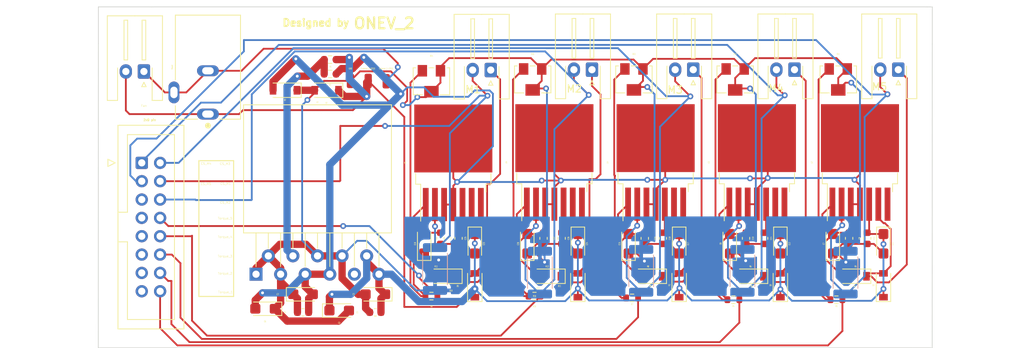
<source format=kicad_pcb>
(kicad_pcb (version 20211014) (generator pcbnew)
  (layers (0 "F.Cu" signal) (31 "B.Cu" signal) (34 "B.Paste" user) (35 "F.Paste" user) (36 "B.SilkS" user "B.Silkscreen") (37 "F.SilkS" user "F.Silkscreen") (38 "B.Mask" user) (39 "F.Mask" user) (44 "Edge.Cuts" user))
  (net 0 "")
  (net 1 "+V")
  (net 2 "GND")
  (net 3 "-V")
  (net 4 "Net-(D3-Pad2)")
  (net 5 "Net-(D5-Pad2)")
  (net 6 "Net-(D7-Pad2)")
  (net 7 "Net-(D10-Pad1)")
  (net 8 "Net-(D11-Pad2)")
  (net 9 "Net-(Motor-1-Pad1)")
  (net 10 "Net-(Motor-2-Pad1)")
  (net 11 "Net-(Motor-3-Pad1)")
  (net 12 "Net-(Motor-4-Pad1)")
  (net 13 "Net-(Motor-5-Pad1)")
  (net 14 "Net-(R1-Pad2)")
  (net 15 "Net-(R3-Pad2)")
  (net 16 "Net-(R4-Pad2)")
  (net 17 "Net-(R7-Pad2)")
  (net 18 "Net-(R9-Pad2)")
  (net 19 "Net-(R10-Pad2)")
  (net 20 "T1")
  (net 21 "T2")
  (net 22 "T3")
  (net 23 "T4")
  (net 24 "T5")
  (footprint "Capacitor_Tantalum_SMD:CP_EIA-3216-18_Kemet-A" (layer "F.Cu") (at 147.55 93.3 90)
    (fp_text reference "C19")
    (fp_text value "10uF")
  )
  (footprint "Diode_SMD:D_SOD-123" (layer "F.Cu") (at 154.55 99.05 90)
    (fp_text reference "D9")
    (fp_text value "D_Schottky")
  )
  (footprint "Capacitor_SMD:C_0603_1608Metric" (layer "F.Cu") (at 194.55 92.55 -90)
    (fp_text reference "C14")
    (fp_text value "0.1uF")
  )
  (footprint "Connector_Wire:SolderWirePad_1x01_SMD_1x2mm" (layer "F.Cu") (at 139.81 70.755)
    (fp_text reference "External_(+12V)1")
    (fp_text value "Conn_01x01")
  )
  (footprint "Connector_JST:JST_XH_S2B-XH-A-1_1x02_P2.50mm_Horizontal" (layer "F.Cu") (at 213.1 69.2 180)
    (fp_text reference "M5")
    (fp_text value "JST_XH_S2B-XH-A-1_1x02_P2.50mm_Horizontal")
  )
  (footprint "Potentiometer_SMD:Potentiometer_Bourns_3224W_Vertical" (layer "F.Cu") (at 162.55 70.55)
    (fp_text reference "RV5")
    (fp_text value "1k")
  )
  (footprint "Potentiometer_SMD:Potentiometer_Bourns_3224W_Vertical" (layer "F.Cu") (at 148.55 70.8)
    (fp_text reference "RV4")
    (fp_text value "1k")
  )
  (footprint "PJ-102A:CUI_PJ-102A" (layer "F.Cu") (at 117.65 68.85 90)
    (fp_text reference "Power")
    (fp_text value "CUI_PJ-102A")
  )
  (footprint "Potentiometer_SMD:Potentiometer_Bourns_3224W_Vertical" (layer "F.Cu") (at 204.8 70.55)
    (fp_text reference "RV1")
    (fp_text value "1k")
  )
  (footprint "Diode_SMD:D_SOD-123" (layer "F.Cu") (at 178.8 97.8 180)
    (fp_text reference "D8")
    (fp_text value "D_Schottky")
  )
  (footprint "Capacitor_SMD:C_0603_1608Metric" (layer "F.Cu") (at 192.05 92.55 -90)
    (fp_text reference "C10")
    (fp_text value "0.1uF")
  )
  (footprint "Connector_IDC_custom:IDC-Header_2x08_P2.54mm_Vertical" (layer "F.Cu") (at 108.5 82.1)
    (fp_text reference "2x8 pin")
    (fp_text value "IDC-Header_2x08_P2.54mm_Vertical")
  )
  (footprint "Connector_JST:JST_XH_S2B-XH-A-1_1x02_P2.50mm_Horizontal" (layer "F.Cu") (at 198.75 69.2 180)
    (fp_text reference "M4")
    (fp_text value "JST_XH_S2B-XH-A-1_1x02_P2.50mm_Horizontal")
  )
  (footprint "Connector_Wire:SolderWirePad_1x01_SMD_1x2mm" (layer "F.Cu") (at 137.35 70.75)
    (fp_text reference "GND")
    (fp_text value "Conn_01x01")
  )
  (footprint "Package_TO_SOT_SMD:TO-263-7_TabPin8" (layer "F.Cu") (at 165.55 82.05 90)
    (fp_text reference "U6")
    (fp_text value "OPAMP")
  )
  (footprint "Capacitor_Tantalum_SMD:CP_EIA-3216-18_Kemet-A" (layer "F.Cu") (at 135.8 102.55)
    (fp_text reference "C5")
    (fp_text value "10uF")
  )
  (footprint "Capacitor_Tantalum_SMD:CP_EIA-3216-18_Kemet-A" (layer "F.Cu") (at 125.55 102.3 180)
    (fp_text reference "C6")
    (fp_text value "10uF")
  )
  (footprint "Capacitor_SMD:C_0603_1608Metric" (layer "F.Cu") (at 178.05 92.55 -90)
    (fp_text reference "C16")
    (fp_text value "0.1uF")
  )
  (footprint "Capacitor_Tantalum_SMD:CP_EIA-3216-18_Kemet-A" (layer "F.Cu") (at 196.8 93.3 -90)
    (fp_text reference "C12")
    (fp_text value "10uF")
  )
  (footprint "Package_TO_SOT_SMD:TO-263-7_TabPin8" (layer "F.Cu") (at 193.55 82.05 90)
    (fp_text reference "U3")
    (fp_text value "OPAMP")
  )
  (footprint "Diode_SMD:D_SOD-123" (layer "F.Cu") (at 134.05 72.05 180)
    (fp_text reference "D1")
    (fp_text value "D_Zener")
  )
  (footprint "Capacitor_Tantalum_SMD:CP_EIA-3216-18_Kemet-A" (layer "F.Cu") (at 140.8 100.3 180)
    (fp_text reference "C3")
    (fp_text value "10uF")
  )
  (footprint "Capacitor_SMD:C_0603_1608Metric" (layer "F.Cu") (at 206.3 92.55 -90)
    (fp_text reference "C9")
    (fp_text value "0.1uF")
  )
  (footprint "Package_TO_SOT_SMD:TO-263-7_TabPin8" (layer "F.Cu") (at 207.8 82.05 90)
    (fp_text reference "U2")
    (fp_text value "OPAMP")
  )
  (footprint "Potentiometer_SMD:Potentiometer_Bourns_3224W_Vertical" (layer "F.Cu") (at 176.55 70.55)
    (fp_text reference "RV3")
    (fp_text value "1k")
  )
  (footprint "Capacitor_SMD:C_0603_1608Metric" (layer "F.Cu") (at 166.55 92.55 -90)
    (fp_text reference "C26")
    (fp_text value "0.1uF")
  )
  (footprint "Capacitor_SMD:C_0603_1608Metric" (layer "F.Cu") (at 152.3 92.55 -90)
    (fp_text reference "C25")
    (fp_text value "0.1uF")
  )
  (footprint "Diode_SMD:D_SOD-123" (layer "F.Cu") (at 168.8 99.05 90)
    (fp_text reference "D11")
    (fp_text value "D_Schottky")
  )
  (footprint "Capacitor_Tantalum_SMD:CP_EIA-3216-18_Kemet-A" (layer "F.Cu") (at 182.8 93.3 -90)
    (fp_text reference "C17")
    (fp_text value "10uF")
  )
  (footprint "Connector_JST:JST_XH_S2B-XH-A-1_1x02_P2.50mm_Horizontal" (layer "F.Cu") (at 108.8 69.45 180)
    (fp_text reference "Fan")
    (fp_text value "JST_XH_S2B-XH-A-1_1x02_P2.50mm_Horizontal")
  )
  (footprint "Capacitor_Tantalum_SMD:CP_EIA-3216-18_Kemet-A" (layer "F.Cu") (at 161.8 93.3 90)
    (fp_text reference "C20")
    (fp_text value "10uF")
  )
  (footprint "Diode_SMD:D_SOD-123" (layer "F.Cu") (at 182.8 99.05 90)
    (fp_text reference "D7")
    (fp_text value "D_Schottky")
  )
  (footprint "Capacitor_SMD:C_0603_1608Metric" (layer "F.Cu") (at 208.8 92.55 -90)
    (fp_text reference "C13")
    (fp_text value "0.1uF")
  )
  (footprint "Diode_SMD:D_SOD-123" (layer "F.Cu") (at 164.8 97.8 180)
    (fp_text reference "D12")
    (fp_text value "D_Schottky")
  )
  (footprint "Resistor_SMD:R_0603_1608Metric" (layer "F.Cu") (at 148.55 100.55 180)
    (fp_text reference "R9")
    (fp_text value "49k")
  )
  (footprint "Diode_SMD:D_SOD-123" (layer "F.Cu") (at 207.05 97.8 180)
    (fp_text reference "D4")
    (fp_text value "D_Schottky")
  )
  (footprint "Diode_SMD:D_SOD-123" (layer "F.Cu") (at 192.8 97.8 180)
    (fp_text reference "D6")
    (fp_text value "D_Schottky")
  )
  (footprint "Capacitor_SMD:C_0603_1608Metric" (layer "F.Cu") (at 149.8 92.55 -90)
    (fp_text reference "C21")
    (fp_text value "0.1uF")
  )
  (footprint "Diode_SMD:D_SOD-123" (layer "F.Cu") (at 196.8 99.05 90)
    (fp_text reference "D5")
    (fp_text value "D_Schottky")
  )
  (footprint "Diode_SMD:D_SOD-123" (layer "F.Cu") (at 211.05 99.05 90)
    (fp_text reference "D3")
    (fp_text value "D_Schottky")
  )
  (footprint "Resistor_SMD:R_0603_1608Metric" (layer "F.Cu") (at 190.3 101.05 180)
    (fp_text reference "R4")
    (fp_text value "49k")
  )
  (footprint "Capacitor_Tantalum_SMD:CP_EIA-3216-18_Kemet-A" (layer "F.Cu") (at 130.8 100.3)
    (fp_text reference "C2")
    (fp_text value "10uF")
  )
  (footprint "Package_TO_SOT_SMD:TO-263-7_TabPin8" (layer "F.Cu") (at 179.55 82.05 90)
    (fp_text reference "U4")
    (fp_text value "OPAMP")
  )
  (footprint "Capacitor_Tantalum_SMD:CP_EIA-3216-18_Kemet-A" (layer "F.Cu") (at 154.55 93.3 -90)
    (fp_text reference "C23")
    (fp_text value "10uF")
  )
  (footprint "Potentiometer_SMD:Potentiometer_Bourns_3224W_Vertical" (layer "F.Cu") (at 190.55 70.55)
    (fp_text reference "RV2")
    (fp_text value "1k")
  )
  (footprint "Capacitor_SMD:C_0603_1608Metric" (layer "F.Cu") (at 140.8 102.8 180)
    (fp_text reference "C1")
    (fp_text value "0.1uF")
  )
  (footprint "Capacitor_Tantalum_SMD:CP_EIA-3216-18_Kemet-A" (layer "F.Cu") (at 211.05 93.3 -90)
    (fp_text reference "C11")
    (fp_text value "10uF")
  )
  (footprint "Package_TO_SOT_THT:TO-220-11_P3.4x2.54mm_StaggerOdd_Lead5.84mm_TabDown" (layer "F.Cu") (at 124.3 97.52)
    (fp_text reference "U1")
    (fp_text value "OPAMP")
  )
  (footprint "Resistor_SMD:R_0603_1608Metric" (layer "F.Cu") (at 134.55 67.8 180)
    (fp_text reference "R1")
    (fp_text value "100k")
  )
  (footprint "Connector_JST:JST_XH_S2B-XH-A-1_1x02_P2.50mm_Horizontal" (layer "F.Cu") (at 184.75 69.2 180)
    (fp_text reference "M3")
    (fp_text value "JST_XH_S2B-XH-A-1_1x02_P2.50mm_Horizontal")
  )
  (footprint "Capacitor_Tantalum_SMD:CP_EIA-3216-18_Kemet-A" (layer "F.Cu") (at 175.8 93.3 90)
    (fp_text reference "C15")
    (fp_text value "10uF")
  )
  (footprint "Connector_JST:JST_XH_S2B-XH-A-1_1x02_P2.50mm_Horizontal" (layer "F.Cu") (at 170.75 69.2 180)
    (fp_text reference "M2")
    (fp_text value "JST_XH_S2B-XH-A-1_1x02_P2.50mm_Horizontal")
  )
  (footprint "Capacitor_Tantalum_SMD:CP_EIA-3216-18_Kemet-A" (layer "F.Cu") (at 189.8 93.3 90)
    (fp_text reference "C8")
    (fp_text value "10uF")
  )
  (footprint "Resistor_SMD:R_0603_1608Metric" (layer "F.Cu") (at 204.55 101.05 180)
    (fp_text reference "R3")
    (fp_text value "49k")
  )
  (footprint "Capacitor_SMD:C_0603_1608Metric" (layer "F.Cu") (at 164.05 92.55 -90)
    (fp_text reference "C22")
    (fp_text value "0.1uF")
  )
  (footprint "Diode_SMD:D_SOD-123" (layer "F.Cu") (at 128.3 72.05 180)
    (fp_text reference "D2")
    (fp_text value "D_Zener")
  )
  (footprint "Diode_SMD:D_SOD-123" (layer "F.Cu") (at 150.55 97.8 180)
    (fp_text reference "D10")
    (fp_text value "D_Schottky")
  )
  (footprint "Resistor_SMD:R_0603_1608Metric" (layer "F.Cu") (at 134.55 69.8)
    (fp_text reference "R2")
    (fp_text value "100k")
  )
  (footprint "Connector_JST:JST_XH_S2B-XH-A-1_1x02_P2.50mm_Horizontal" (layer "F.Cu") (at 156.75 69.25 180)
    (fp_text reference "M1")
    (fp_text value "JST_XH_S2B-XH-A-1_1x02_P2.50mm_Horizontal")
  )
  (footprint "Capacitor_SMD:C_0603_1608Metric" (layer "F.Cu") (at 130.8 102.8 180)
    (fp_text reference "C4")
    (fp_text value "0.1uF")
  )
  (footprint "Capacitor_Tantalum_SMD:CP_EIA-3216-18_Kemet-A" (layer "F.Cu") (at 168.8 93.3 -90)
    (fp_text reference "C24")
    (fp_text value "10uF")
  )
  (footprint "Resistor_SMD:R_0603_1608Metric" (layer "F.Cu") (at 162.8 100.55 180)
    (fp_text reference "R10")
    (fp_text value "49k")
  )
  (footprint "Connector_Wire:SolderWirePad_1x01_SMD_1x2mm" (layer "F.Cu") (at 142.3 70.8)
    (fp_text reference "External_(-12V)1")
    (fp_text value "Conn_01x01")
  )
  (footprint "Capacitor_SMD:C_0603_1608Metric" (layer "F.Cu") (at 180.55 92.55 -90)
    (fp_text reference "C18")
    (fp_text value "0.1uF")
  )
  (footprint "Capacitor_Tantalum_SMD:CP_EIA-3216-18_Kemet-A" (layer "F.Cu") (at 204.05 93.3 90)
    (fp_text reference "C7")
    (fp_text value "10uF")
  )
  (footprint "Package_TO_SOT_SMD:TO-263-7_TabPin8" (layer "F.Cu") (at 151.575 82.1 90)
    (fp_text reference "U5")
    (fp_text value "OPAMP")
  )
  (footprint "Resistor_SMD:R_0603_1608Metric" (layer "F.Cu") (at 176.3 100.8 180)
    (fp_text reference "R7")
    (fp_text value "49k")
  )
  (footprint "Resistor_SMD:R_2512_6332Metric" (layer "B.Cu") (at 205.8 97.3 90)
    (fp_text reference "R5")
    (fp_text value "0.1")
  )
  (footprint "Resistor_SMD:R_2512_6332Metric" (layer "B.Cu") (at 177.55 97.05 90)
    (fp_text reference "R8")
    (fp_text value "0.1")
  )
  (footprint "Resistor_SMD:R_2512_6332Metric" (layer "B.Cu") (at 149.05 96.8 -90)
    (fp_text reference "R11")
    (fp_text value "0.1")
  )
  (footprint "Resistor_SMD:R_2512_6332Metric" (layer "B.Cu") (at 163.55 97.3 90)
    (fp_text reference "R12")
    (fp_text value "0.1")
  )
  (footprint "Resistor_SMD:R_2512_6332Metric" (layer "B.Cu") (at 191.55 97.05 90)
    (fp_text reference "R6")
    (fp_text value "0.1")
  )
  (gr_line (start 116.4 81.8) (end 121.2 81.8) (layer "F.SilkS") (width 0.15))
  (gr_line (start 121.2 81.8) (end 121.2 100.6) (layer "F.SilkS") (width 0.15))
  (gr_line (start 116.4 100.6) (end 116.6 100.6) (layer "F.SilkS") (width 0.15))
  (gr_line (start 116.4 81.8) (end 116.4 100.6) (layer "F.SilkS") (width 0.15))
  (gr_line (start 121.2 100.6) (end 116.6 100.6) (layer "F.SilkS") (width 0.15))
  (gr_line (start 217.8 60.5) (end 217.1 60.5) (layer "Edge.Cuts") (width 0.1))
  (gr_line (start 215.01 107.71) (end 217.79 107.71) (layer "Edge.Cuts") (width 0.1))
  (gr_line (start 217.1 60.5) (end 109.9 60.5) (layer "Edge.Cuts") (width 0.1))
  (gr_line (start 109.61 107.71) (end 102.49 107.71) (layer "Edge.Cuts") (width 0.1))
  (gr_line (start 217.8 65.6) (end 217.8 60.5) (layer "Edge.Cuts") (width 0.1))
  (gr_line (start 102.5 65.6) (end 102.5 60.5) (layer "Edge.Cuts") (width 0.1))
  (gr_line (start 217.79 107.71) (end 217.8 65.6) (layer "Edge.Cuts") (width 0.1))
  (gr_line (start 102.5 60.5) (end 109.9 60.5) (layer "Edge.Cuts") (width 0.1))
  (gr_line (start 109.61 107.71) (end 215.01 107.71) (layer "Edge.Cuts") (width 0.1))
  (gr_line (start 102.5 65.6) (end 102.49 107.71) (layer "Edge.Cuts") (width 0.1))
  (gr_text "Designed by" (at 132.57 62.71) (layer "F.SilkS") (effects (font (size 1 1) (thickness 0.25))))
  (gr_text "CS_M2\n" (at 120.05 87.6) (layer "F.SilkS") (effects (font (size 0.3 0.3) (thickness 0.0375))))
  (gr_text "CS_M4" (at 117.39 82.2) (layer "F.SilkS") (effects (font (size 0.3 0.3) (thickness 0.0375))))
  (gr_text "Torque_4" (at 120.01 92.35) (layer "F.SilkS") (effects (font (size 0.3 0.3) (thickness 0.0375))))
  (gr_text "Torque_3" (at 120.01 95.03) (layer "F.SilkS") (effects (font (size 0.3 0.3) (thickness 0.0375))))
  (gr_text "CS_M5" (at 117.36 85.01) (layer "F.SilkS") (effects (font (size 0.3 0.3) (thickness 0.0375))))
  (gr_text "ONEV_2" (at 142.02 62.78) (layer "F.SilkS") (effects (font (size 1.5 1.5) (thickness 0.3))))
  (gr_text "CS_M3" (at 120.02 82.23) (layer "F.SilkS") (effects (font (size 0.3 0.3) (thickness 0.0375))))
  (gr_text "Torque_5" (at 120.01 89.78) (layer "F.SilkS") (effects (font (size 0.3 0.3) (thickness 0.0375))))
  (gr_text "Torque_1\n" (at 120.06 100) (layer "F.SilkS") (effects (font (size 0.3 0.3) (thickness 0.0375))))
  (gr_text "CS_M1\n" (at 120.09 84.99) (layer "F.SilkS") (effects (font (size 0.3 0.3) (thickness 0.0375))))
  (gr_text "Torque_2" (at 120.01 97.41) (layer "F.SilkS") (effects (font (size 0.3 0.3) (thickness 0.0375))))
  (segment (start 196.625 91.775) (end 196.8 91.95) (width 0.25) (layer "F.Cu") (net 1))
  (segment (start 182.8 100.7) (end 182.8 99.5) (width 0.25) (layer "F.Cu") (net 1))
  (segment (start 141.575 102.8) (end 141.575 100.875) (width 1.00838) (layer "F.Cu") (net 1))
  (segment (start 135.375 67.8) (end 136.9 67.8) (width 1.00838) (layer "F.Cu") (net 1))
  (segment (start 154.55 91.95) (end 154.55 93.25) (width 0.25) (layer "F.Cu") (net 1))
  (segment (start 136.9 67.8) (end 137.2 67.5) (width 1.00838) (layer "F.Cu") (net 1))
  (segment (start 117.65 75.35) (end 121.95 75.35) (width 0.25) (layer "F.Cu") (net 1))
  (segment (start 196.8 99.6) (end 196.8 100.7) (width 0.25) (layer "F.Cu") (net 1))
  (segment (start 139.6 70.965) (end 139.81 70.755) (width 1.00838) (layer "F.Cu") (net 1))
  (segment (start 144.8 102.05) (end 152.05 102.05) (width 0.25) (layer "F.Cu") (net 1))
  (segment (start 182.8 91.95) (end 180.725 91.95) (width 0.25) (layer "F.Cu") (net 1))
  (segment (start 209.07 87.825) (end 209.07 91.505) (width 0.25) (layer "F.Cu") (net 1))
  (segment (start 211.05 100.7) (end 211.05 99.55) (width 0.25) (layer "F.Cu") (net 1))
  (segment (start 106.8 75.35) (end 117.65 75.35) (width 0.25) (layer "F.Cu") (net 1))
  (segment (start 152.3 91.775) (end 154.375 91.775) (width 0.25) (layer "F.Cu") (net 1))
  (segment (start 166.82 87.825) (end 166.82 91.505) (width 0.25) (layer "F.Cu") (net 1))
  (segment (start 194.82 87.825) (end 194.82 91.505) (width 0.25) (layer "F.Cu") (net 1))
  (segment (start 139.6 94.98) (end 139.6 95.82) (width 1.00838) (layer "F.Cu") (net 1))
  (segment (start 137.7 74.8) (end 139.6 72.9) (width 0.25) (layer "F.Cu") (net 1))
  (segment (start 121.95 75.35) (end 122.5 74.8) (width 0.25) (layer "F.Cu") (net 1))
  (segment (start 168.8 99.5) (end 168.8 100.7) (width 0.25) (layer "F.Cu") (net 1))
  (segment (start 182.8 99.5) (end 182.85 99.45) (width 0.25) (layer "F.Cu") (net 1))
  (segment (start 139.6 95.82) (end 141.3 97.52) (width 1.00838) (layer "F.Cu") (net 1))
  (segment (start 106.3 74.85) (end 106.3 69.45) (width 0.25) (layer "F.Cu") (net 1))
  (segment (start 194.82 91.505) (end 194.55 91.775) (width 0.25) (layer "F.Cu") (net 1))
  (segment (start 196.8 91.95) (end 196.8 93.3) (width 0.25) (layer "F.Cu") (net 1))
  (segment (start 154.375 91.775) (end 154.55 91.95) (width 0.25) (layer "F.Cu") (net 1))
  (segment (start 182.8 93.3) (end 182.8 91.95) (width 0.25) (layer "F.Cu") (net 1))
  (segment (start 166.82 91.505) (end 166.55 91.775) (width 0.25) (layer "F.Cu") (net 1))
  (segment (start 139.81 70.755) (end 144.8 75.745) (width 0.25) (layer "F.Cu") (net 1))
  (segment (start 180.82 91.505) (end 180.55 91.775) (width 0.25) (layer "F.Cu") (net 1))
  (segment (start 106.3 74.85) (end 106.8 75.35) (width 0.25) (layer "F.Cu") (net 1))
  (segment (start 194.55 91.775) (end 196.625 91.775) (width 0.25) (layer "F.Cu") (net 1))
  (segment (start 154.55 99.55) (end 154.55 100.7) (width 0.25) (layer "F.Cu") (net 1))
  (segment (start 139.6 72.9) (end 136.55 72.9) (width 1.00838) (layer "F.Cu") (net 1))
  (segment (start 211.05 93.35) (end 211.05 91.95) (width 0.25) (layer "F.Cu") (net 1))
  (segment (start 152.05 102.05) (end 154.55 99.55) (width 0.25) (layer "F.Cu") (net 1))
  (segment (start 168.8 91.95) (end 168.8 93.15) (width 0.25) (layer "F.Cu") (net 1))
  (segment (start 134.45 102.55) (end 134.45 100.65) (width 1.00838) (layer "F.Cu") (net 1))
  (segment (start 139.6 72.9) (end 139.6 70.965) (width 1.00838) (layer "F.Cu") (net 1))
  (segment (start 180.82 87.825) (end 180.82 91.505) (width 0.25) (layer "F.Cu") (net 1))
  (segment (start 211.05 91.95) (end 208.975 91.95) (width 0.25) (layer "F.Cu") (net 1))
  (segment (start 136.55 72.9) (end 135.7 72.05) (width 1.00838) (layer "F.Cu") (net 1))
  (segment (start 168.625 91.775) (end 168.8 91.95) (width 0.25) (layer "F.Cu") (net 1))
  (segment (start 208.975 91.95) (end 208.8 91.775) (width 0.25) (layer "F.Cu") (net 1))
  (segment (start 166.55 91.775) (end 168.625 91.775) (width 0.25) (layer "F.Cu") (net 1))
  (segment (start 152.3 91.775) (end 152.845 91.23) (width 0.25) (layer "F.Cu") (net 1))
  (segment (start 141.3 97.52) (end 141.3 99.45) (width 1.00838) (layer "F.Cu") (net 1))
  (segment (start 141.575 100.875) (end 142.15 100.3) (width 1.00838) (layer "F.Cu") (net 1))
  (segment (start 122.5 74.8) (end 137.7 74.8) (width 0.25) (layer "F.Cu") (net 1))
  (segment (start 141.3 99.45) (end 142.15 100.3) (width 1.00838) (layer "F.Cu") (net 1))
  (segment (start 134.45 100.65) (end 134.8 100.3) (width 1.00838) (layer "F.Cu") (net 1))
  (segment (start 209.07 91.505) (end 208.8 91.775) (width 0.25) (layer "F.Cu") (net 1))
  (segment (start 152.845 91.23) (end 152.845 87.875) (width 0.25) (layer "F.Cu") (net 1))
  (segment (start 144.8 75.745) (end 144.8 102.05) (width 0.25) (layer "F.Cu") (net 1))
  (segment (start 180.725 91.95) (end 180.55 91.775) (width 0.25) (layer "F.Cu") (net 1))
  (via (at 182.85 99.45) (size 0.8) (drill 0.4) (layers "F.Cu" "B.Cu") (net 1))
  (via (at 182.8 93.3) (size 0.8) (drill 0.4) (layers "F.Cu" "B.Cu") (net 1))
  (via (at 211.05 93.35) (size 0.8) (drill 0.4) (layers "F.Cu" "B.Cu") (net 1))
  (via (at 139.6 72.9) (size 0.8) (drill 0.4) (layers "F.Cu" "B.Cu") (net 1))
  (via (at 168.8 99.5) (size 0.8) (drill 0.4) (layers "F.Cu" "B.Cu") (net 1))
  (via (at 211.05 99.55) (size 0.8) (drill 0.4) (layers "F.Cu" "B.Cu") (net 1))
  (via (at 196.8 93.3) (size 0.8) (drill 0.4) (layers "F.Cu" "B.Cu") (net 1))
  (via (at 154.55 99.55) (size 0.8) (drill 0.4) (layers "F.Cu" "B.Cu") (net 1))
  (via (at 134.8 100.3) (size 0.8) (drill 0.4) (layers "F.Cu" "B.Cu") (net 1))
  (via (at 196.8 99.6) (size 0.8) (drill 0.4) (layers "F.Cu" "B.Cu") (net 1))
  (via (at 168.8 93.15) (size 0.8) (drill 0.4) (layers "F.Cu" "B.Cu") (net 1))
  (via (at 137.2 67.5) (size 0.8) (drill 0.4) (layers "F.Cu" "B.Cu") (net 1))
  (via (at 154.55 93.25) (size 0.8) (drill 0.4) (layers "F.Cu" "B.Cu") (net 1))
  (segment (start 211.05 99.55) (end 209.40048 101.19952) (width 0.25) (layer "B.Cu") (net 1))
  (segment (start 137.2 70.5) (end 139.6 72.9) (width 1.00838) (layer "B.Cu") (net 1))
  (segment (start 195.25 101.15) (end 196.8 99.6) (width 0.25) (layer "B.Cu") (net 1))
  (segment (start 156.25 101.25) (end 154.55 99.55) (width 0.25) (layer "B.Cu") (net 1))
  (segment (start 143.02 97.52) (end 146.8 101.3) (width 1.00838) (layer "B.Cu") (net 1))
  (segment (start 168.8 99.6) (end 168.8 99.5) (width 0.25) (layer "B.Cu") (net 1))
  (segment (start 167.05 101.25) (end 156.25 101.25) (width 0.25) (layer "B.Cu") (net 1))
  (segment (start 198.39952 101.19952) (end 196.8 99.6) (width 0.25) (layer "B.Cu") (net 1))
  (segment (start 139.6 98.087977) (end 139.6 94.98) (width 1.00838) (layer "B.Cu") (net 1))
  (segment (start 209.40048 101.19952) (end 198.39952 101.19952) (width 0.25) (layer "B.Cu") (net 1))
  (segment (start 182.8 99.4) (end 182.8 93.3) (width 0.25) (layer "B.Cu") (net 1))
  (segment (start 184.55 101.15) (end 195.25 101.15) (width 0.25) (layer "B.Cu") (net 1))
  (segment (start 168.8 93.15) (end 168.8 99.5) (width 0.25) (layer "B.Cu") (net 1))
  (segment (start 182.85 99.45) (end 182.8 99.4) (width 0.25) (layer "B.Cu") (net 1))
  (segment (start 170.35 101.15) (end 168.8 99.6) (width 0.25) (layer "B.Cu") (net 1))
  (segment (start 152.8 101.3) (end 154.55 99.55) (width 1.00838) (layer "B.Cu") (net 1))
  (segment (start 196.8 93.3) (end 196.8 99.6) (width 0.25) (layer "B.Cu") (net 1))
  (segment (start 134.8 100.3) (end 137.387977 100.3) (width 1.00838) (layer "B.Cu") (net 1))
  (segment (start 137.2 67.5) (end 137.2 70.5) (width 1.00838) (layer "B.Cu") (net 1))
  (segment (start 154.55 93.25) (end 154.55 99.55) (width 0.25) (layer "B.Cu") (net 1))
  (segment (start 168.8 99.5) (end 167.05 101.25) (width 0.25) (layer "B.Cu") (net 1))
  (segment (start 211.05 99.55) (end 211.05 93.35) (width 0.25) (layer "B.Cu") (net 1))
  (segment (start 182.85 99.45) (end 181.15 101.15) (width 0.25) (layer "B.Cu") (net 1))
  (segment (start 146.8 101.3) (end 152.8 101.3) (width 1.00838) (layer "B.Cu") (net 1))
  (segment (start 137.387977 100.3) (end 139.6 98.087977) (width 1.00838) (layer "B.Cu") (net 1))
  (segment (start 141.3 97.52) (end 143.02 97.52) (width 1.00838) (layer "B.Cu") (net 1))
  (segment (start 181.15 101.15) (end 170.35 101.15) (width 0.25) (layer "B.Cu") (net 1))
  (segment (start 182.85 99.45) (end 184.55 101.15) (width 0.25) (layer "B.Cu") (net 1))
  (segment (start 179.2 67.7) (end 177.8 69.1) (width 0.25) (layer "F.Cu") (net 2))
  (segment (start 132.4 72.05) (end 129.95 72.05) (width 1.00838) (layer "F.Cu") (net 2))
  (segment (start 139.45 100.3) (end 139.45 102.225) (width 1.00838) (layer "F.Cu") (net 2))
  (segment (start 149.8 93.325) (end 148.875 93.325) (width 0.25) (layer "F.Cu") (net 2))
  (segment (start 204.8 70.35) (end 206.05 69.1) (width 0.25) (layer "F.Cu") (net 2))
  (segment (start 192 95.65) (end 191 94.65) (width 0.25) (layer "F.Cu") (net 2))
  (segment (start 138.66952 69.43048) (end 142.93048 69.43048) (width 0.25) (layer "F.Cu") (net 2))
  (segment (start 130.025 102.8) (end 130.025 100.875) (width 1.00838) (layer "F.Cu") (net 2))
  (segment (start 127.603701 93.376299) (end 126 94.98) (width 1.00838) (layer "F.Cu") (net 2))
  (segment (start 131.196299 93.376299) (end 127.603701 93.376299) (width 1.00838) (layer "F.Cu") (net 2))
  (segment (start 177.8 69.1) (end 177.8 70.75) (width 0.25) (layer "F.Cu") (net 2))
  (segment (start 191 94.65) (end 189.8 94.65) (width 0.25) (layer "F.Cu") (net 2))
  (segment (start 127.7 97.52) (end 127.7 96.68) (width 1.00838) (layer "F.Cu") (net 2))
  (segment (start 190.55 70.35) (end 191.8 69.1) (width 0.25) (layer "F.Cu") (net 2))
  (segment (start 178.05 93.325) (end 180.55 93.325) (width 0.25) (layer "F.Cu") (net 2))
  (segment (start 127.7 96.68) (end 126 94.98) (width 1.00838) (layer "F.Cu") (net 2))
  (segment (start 148.45 95.55) (end 147.55 94.65) (width 0.25) (layer "F.Cu") (net 2))
  (segment (start 166.55 93.325) (end 167.475 93.325) (width 0.25) (layer "F.Cu") (net 2))
  (segment (start 204.05 94.65) (end 204.65 94.65) (width 0.25) (layer "F.Cu") (net 2))
  (segment (start 206.6 71) (end 205.8 71) (width 0.25) (layer "F.Cu") (net 2))
  (segment (start 164.05 93.325) (end 163.125 93.325) (width 0.25) (layer "F.Cu") (net 2))
  (segment (start 196.8 94.65) (end 195.875 94.65) (width 0.25) (layer "F.Cu") (net 2))
  (segment (start 149.8 93.325) (end 152.3 93.325) (width 0.25) (layer "F.Cu") (net 2))
  (segment (start 149.8 69.35) (end 149.8 71) (width 0.25) (layer "F.Cu") (net 2))
  (segment (start 136.2 94.98) (end 136.2 98.087977) (width 1.00838) (layer "F.Cu") (net 2))
  (segment (start 177.8 70.75) (end 176.55 72) (width 0.25) (layer "F.Cu") (net 2))
  (segment (start 164.05 93.325) (end 166.55 93.325) (width 0.25) (layer "F.Cu") (net 2))
  (segment (start 176.725 94.65) (end 178.05 93.325) (width 0.25) (layer "F.Cu") (net 2))
  (segment (start 161.8 94.65) (end 163 94.65) (width 0.25) (layer "F.Cu") (net 2))
  (segment (start 176.95 71.6) (end 176.55 72) (width 0.25) (layer "F.Cu") (net 2))
  (segment (start 127.7 101.5) (end 126.9 102.3) (width 1.00838) (layer "F.Cu") (net 2))
  (segment (start 132.4 72.4) (end 131.4 73.4) (width 0.25) (layer "F.Cu") (net 2))
  (segment (start 153.625 94.65) (end 152.3 93.325) (width 0.25) (layer "F.Cu") (net 2))
  (segment (start 205.8 71) (end 204.8 72) (width 0.25) (layer "F.Cu") (net 2))
  (segment (start 176.95 94.65) (end 175.8 94.65) (width 0.25) (layer "F.Cu") (net 2))
  (segment (start 193.29952 67.60048) (end 191.8 69.1) (width 0.25) (layer "F.Cu") (net 2))
  (segment (start 124.3 97.52) (end 124.3 96.68) (width 1.00838) (layer "F.Cu") (net 2))
  (segment (start 204.65 94.65) (end 205.85 95.85) (width 0.25) (layer "F.Cu") (net 2))
  (segment (start 135.6921 104.0079) (end 128.6079 104.0079) (width 1.00838) (layer "F.Cu") (net 2))
  (segment (start 175.8 94.65) (end 176.725 94.65) (width 0.25) (layer "F.Cu") (net 2))
  (segment (start 128.6079 104.0079) (end 126.9 102.3) (width 1.00838) (layer "F.Cu") (net 2))
  (segment (start 145.2 71.7) (end 145.2 73.5) (width 0.25) (layer "F.Cu") (net 2))
  (segment (start 178 95.7) (end 176.95 94.65) (width 0.25) (layer "F.Cu") (net 2))
  (segment (start 162.3 67.6) (end 151 67.6) (width 0.25) (layer "F.Cu") (net 2))
  (segment (start 136.2 98.087977) (end 138.412023 100.3) (width 1.00838) (layer "F.Cu") (net 2))
  (segment (start 189.8 94.65) (end 190.725 94.65) (width 0.25) (layer "F.Cu") (net 2))
  (segment (start 176.5 67.8) (end 165.1 67.8) (width 0.25) (layer "F.Cu") (net 2))
  (segment (start 191.8 69.1) (end 190.4 67.7) (width 0.25) (layer "F.Cu") (net 2))
  (segment (start 205.375 93.325) (end 206.3 93.325) (width 0.25) (layer "F.Cu") (net 2))
  (segment (start 190.75 71.8) (end 190.55 72) (width 0.25) (layer "F.Cu") (net 2))
  (segment (start 149.55 95.55) (end 148.45 95.55) (width 0.25) (layer "F.Cu") (net 2))
  (segment (start 148.875 93.325) (end 147.55 94.65) (width 0.25) (layer "F.Cu") (net 2))
  (segment (start 149.8 71) (end 148.55 72.25) (width 0.25) (layer "F.Cu") (net 2))
  (segment (start 192.6 71.8) (end 190.75 71.8) (width 0.25) (layer "F.Cu") (net 2))
  (segment (start 151 67.6) (end 149.8 68.8) (width 0.25) (layer "F.Cu") (net 2))
  (segment (start 137.15 102.55) (end 135.6921 104.0079) (width 1.00838) (layer "F.Cu") (net 2))
  (segment (start 177.8 69.1) (end 176.5 67.8) (width 0.25) (layer "F.Cu") (net 2))
  (segment (start 138.412023 100.3) (end 139.45 100.3) (width 1.00838) (layer "F.Cu") (net 2))
  (segment (start 204.05 94.65) (end 205.375 93.325) (width 0.25) (layer "F.Cu") (net 2))
  (segment (start 208.8 93.325) (end 206.3 93.325) (width 0.25) (layer "F.Cu") (net 2))
  (segment (start 167.475 93.325) (end 168.8 94.65) (width 0.25) (layer "F.Cu") (net 2))
  (segment (start 137.35 70.75) (end 138.66952 69.43048) (width 0.25) (layer "F.Cu") (net 2))
  (segment (start 130.025 100.875) (end 129.45 100.3) (width 1.00838) (layer "F.Cu") (net 2))
  (segment (start 164.4 71.8) (end 162.75 71.8) (width 0.25) (layer "F.Cu") (net 2))
  (segment (start 142.93048 69.43048) (end 145.2 71.7) (width 0.25) (layer "F.Cu") (net 2))
  (segment (start 127.7 98.55) (end 129.45 100.3) (width 1.00838) (layer "F.Cu") (net 2))
  (segment (start 133.7 70.75) (end 132.4 72.05) (width 0.25) (layer "F.Cu") (net 2))
  (segment (start 147.8 73) (end 148.55 72.25) (width 0.25) (layer "F.Cu") (net 2))
  (segment (start 149.8 68.8) (end 149.8 69.35) (width 0.25) (layer "F.Cu") (net 2))
  (segment (start 190.4 67.7) (end 179.2 67.7) (width 0.25) (layer "F.Cu") (net 2))
  (segment (start 146.6 73) (end 147.8 73) (width 0.25) (layer "F.Cu") (net 2))
  (segment (start 208.8 93.325) (end 209.725 93.325) (width 0.25) (layer "F.Cu") (net 2))
  (segment (start 137.35 70.75) (end 133.7 70.75) (width 0.25) (layer "F.Cu") (net 2))
  (segment (start 204.8 72) (end 204.8 70.35) (width 0.25) (layer "F.Cu") (net 2))
  (segment (start 132.8 94.98) (end 136.2 94.98) (width 1.00838) (layer "F.Cu") (net 2))
  (segment (start 162.75 71.8) (end 162.55 72) (width 0.25) (layer "F.Cu") (net 2))
  (segment (start 163 94.65) (end 164.2 95.85) (width 0.25) (layer "F.Cu") (net 2))
  (segment (start 195.875 94.65) (end 194.55 93.325) (width 0.25) (layer "F.Cu") (net 2))
  (segment (start 132.4 72.05) (end 132.4 72.4) (width 0.25) (layer "F.Cu") (net 2))
  (segment (start 178.4 71.6) (end 176.95 71.6) (width 0.25) (layer "F.Cu") (net 2))
  (segment (start 163.8 69.1) (end 162.3 67.6) (width 0.25) (layer "F.Cu") (net 2))
  (segment (start 181.475 93.325) (end 182.8 94.65) (width 0.25) (layer "F.Cu") (net 2))
  (segment (start 127.7 97.52) (end 127.7 101.5) (width 1.00838) (layer "F.Cu") (net 2))
  (segment (start 139.45 102.225) (end 140.025 102.8) (width 1.00838) (layer "F.Cu") (net 2))
  (segment (start 206.05 69.1) (end 204.55048 67.60048) (width 0.25) (layer "F.Cu") (net 2))
  (segment (start 163.8 70.75) (end 162.55 72) (width 0.25) (layer "F.Cu") (net 2))
  (segment (start 127.7 97.52) (end 127.7 98.55) (width 1.00838) (layer "F.Cu") (net 2))
  (segment (start 190.725 94.65) (end 192.05 93.325) (width 0.25) (layer "F.Cu") (net 2))
  (segment (start 190.55 72) (end 190.55 70.35) (width 0.25) (layer "F.Cu") (net 2))
  (segment (start 163.8 69.1) (end 163.8 70.75) (width 0.25) (layer "F.Cu") (net 2))
  (segment (start 165.1 67.8) (end 163.8 69.1) (width 0.25) (layer "F.Cu") (net 2))
  (segment (start 163.125 93.325) (end 161.8 94.65) (width 0.25) (layer "F.Cu") (net 2))
  (segment (start 209.725 93.325) (end 211.05 94.65) (width 0.25) (layer "F.Cu") (net 2))
  (segment (start 154.55 94.65) (end 153.625 94.65) (width 0.25) (layer "F.Cu") (net 2))
  (segment (start 204.55048 67.60048) (end 193.29952 67.60048) (width 0.25) (layer "F.Cu") (net 2))
  (segment (start 132.8 94.98) (end 131.196299 93.376299) (width 1.00838) (layer "F.Cu") (net 2))
  (segment (start 192.05 93.325) (end 194.55 93.325) (width 0.25) (layer "F.Cu") (net 2))
  (segment (start 145.2 73.5) (end 144.6 74.1) (width 0.25) (layer "F.Cu") (net 2))
  (segment (start 124.3 96.68) (end 126 94.98) (width 1.00838) (layer "F.Cu") (net 2))
  (segment (start 180.55 93.325) (end 181.475 93.325) (width 0.25) (layer "F.Cu") (net 2))
  (via (at 205.85 95.85) (size 0.8) (drill 0.4) (layers "F.Cu" "B.Cu") (net 2))
  (via (at 178.4 71.6) (size 0.8) (drill 0.4) (layers "F.Cu" "B.Cu") (net 2))
  (via (at 164.4 71.8) (size 0.8) (drill 0.4) (layers "F.Cu" "B.Cu") (net 2))
  (via (at 146.6 73) (size 0.8) (drill 0.4) (layers "F.Cu" "B.Cu") (net 2))
  (via (at 164.2 95.85) (size 0.8) (drill 0.4) (layers "F.Cu" "B.Cu") (net 2))
  (via (at 178 95.7) (size 0.8) (drill 0.4) (layers "F.Cu" "B.Cu") (net 2))
  (via (at 206.6 71) (size 0.8) (drill 0.4) (layers "F.Cu" "B.Cu") (net 2))
  (via (at 192 95.65) (size 0.8) (drill 0.4) (layers "F.Cu" "B.Cu") (net 2))
  (via (at 144.6 74.1) (size 0.8) (drill 0.4) (layers "F.Cu" "B.Cu") (net 2))
  (via (at 149.55 95.55) (size 0.8) (drill 0.4) (layers "F.Cu" "B.Cu") (net 2))
  (via (at 192.6 71.8) (size 0.8) (drill 0.4) (layers "F.Cu" "B.Cu") (net 2))
  (via (at 131.4 73.4) (size 0.8) (drill 0.4) (layers "F.Cu" "B.Cu") (net 2))
  (segment (start 207.8 72.2) (end 206.6 71) (width 0.25) (layer "B.Cu") (net 2))
  (segment (start 149.05 99.7625) (end 146.4625 99.7625) (width 0.25) (layer "B.Cu") (net 2))
  (segment (start 177.55 95.25) (end 178 95.7) (width 0.25) (layer "B.Cu") (net 2))
  (segment (start 149.05 96.05) (end 149.55 95.55) (width 0.25) (layer "B.Cu") (net 2))
  (segment (start 130.675479 92.855479) (end 132.8 94.98) (width 0.25) (layer "B.Cu") (net 2))
  (segment (start 207.8 92.3375) (end 207.8 82.4) (width 0.25) (layer "B.Cu") (net 2))
  (segment (start 191.55 92.85) (end 193.2 91.2) (width 0.25) (layer "B.Cu") (net 2))
  (segment (start 131.4 73.4) (end 130.675479 74.124521) (width 0.25) (layer "B.Cu") (net 2))
  (segment (start 193.4 72.6) (end 192.6 71.8) (width 0.25) (layer "B.Cu") (net 2))
  (segment (start 193.4 80.8) (end 193.4 72.6) (width 0.25) (layer "B.Cu") (net 2))
  (segment (start 191.55 94.0875) (end 191.55 92.85) (width 0.25) (layer "B.Cu") (net 2))
  (segment (start 163.55 94.3375) (end 164.524511 93.362989) (width 0.25) (layer "B.Cu") (net 2))
  (segment (start 193.4 91) (end 193.4 80.8) (width 0.25) (layer "B.Cu") (net 2))
  (segment (start 164.2 95.85) (end 164.2 94.9875) (width 0.25) (layer "B.Cu") (net 2))
  (segment (start 164.524511 71.924511) (end 164.4 71.8) (width 0.25) (layer "B.Cu") (net 2))
  (segment (start 149.05 99.7625) (end 149.05 96.05) (width 0.25) (layer "B.Cu") (net 2))
  (segment (start 164.2 94.9875) (end 163.55 94.3375) (width 0.25) (layer "B.Cu") (net 2))
  (segment (start 177.55 94.0875) (end 177.55 95.25) (width 0.25) (layer "B.Cu") (net 2))
  (segment (start 146.4625 99.7625) (end 139.6 92.9) (width 0.25) (layer "B.Cu") (net 2))
  (segment (start 145.5 74.1) (end 146.6 73) (width 0.25) (layer "B.Cu") (net 2))
  (segment (start 205.85 94.3875) (end 205.8 94.3375) (width 0.25) (layer "B.Cu") (net 2))
  (segment (start 193.2 91.2) (end 193.4 91) (width 0.25) (layer "B.Cu") (net 2))
  (segment (start 130.675479 74.124521) (end 130.675479 92.855479) (width 0.25) (layer "B.Cu") (net 2))
  (segment (start 179.4 92.2375) (end 179.4 76.6) (width 0.25) (layer "B.Cu") (net 2))
  (segment (start 207.8 82.4) (end 207.8 72.2) (width 0.25) (layer "B.Cu") (net 2))
  (segment (start 191.55 94.0875) (end 191.55 95.2) (width 0.25) (layer "B.Cu") (net 2))
  (segment (start 205.85 95.85) (end 205.85 94.3875) (width 0.25) (layer "B.Cu") (net 2))
  (segment (start 144.6 74.1) (end 145.5 74.1) (width 0.25) (layer "B.Cu") (net 2))
  (segment (start 179.4 76.6) (end 179.4 72.6) (width 0.25) (layer "B.Cu") (net 2))
  (segment (start 177.55 94.0875) (end 179.4 92.2375) (width 0.25) (layer "B.Cu") (net 2))
  (segment (start 191.55 95.2) (end 192 95.65) (width 0.25) (layer "B.Cu") (net 2))
  (segment (start 138.28 92.9) (end 136.2 94.98) (width 0.25) (layer "B.Cu") (net 2))
  (segment (start 205.8 94.3375) (end 207.8 92.3375) (width 0.25) (layer "B.Cu") (net 2))
  (segment (start 179.4 72.6) (end 178.4 71.6) (width 0.25) (layer "B.Cu") (net 2))
  (segment (start 139.6 92.9) (end 138.28 92.9) (width 0.25) (layer "B.Cu") (net 2))
  (segment (start 164.524511 93.362989) (end 164.524511 71.924511) (width 0.25) (layer "B.Cu") (net 2))
  (segment (start 166.45 84.55) (end 165.55 83.65) (width 0.25) (layer "F.Cu") (net 3))
  (segment (start 137.65371 69.04629) (end 139.2 67.5) (width 1.00838) (layer "F.Cu") (net 3))
  (segment (start 178.4 84.45) (end 180.8745 84.45) (width 0.25) (layer "F.Cu") (net 3))
  (segment (start 203.05048 95.45048) (end 203.05048 92.94952) (width 0.25) (layer "F.Cu") (net 3))
  (segment (start 142.3 70.8) (end 144.05 72.55) (width 0.25) (layer "F.Cu") (net 3))
  (segment (start 122.3 69.35) (end 117.65 69.35) (width 0.25) (layer "F.Cu") (net 3))
  (segment (start 164.28 87.825) (end 165.55 87.825) (width 0.25) (layer "F.Cu") (net 3))
  (segment (start 151.575 84.225) (end 151.575 78.725) (width 0.25) (layer "F.Cu") (net 3))
  (segment (start 112.95 72.35) (end 114.65 72.35) (width 0.25) (layer "F.Cu") (net 3))
  (segment (start 164.28 87.825) (end 164.28 91.545) (width 0.25) (layer "F.Cu") (net 3))
  (segment (start 179.55 87.825) (end 179.55 85.7745) (width 0.25) (layer "F.Cu") (net 3))
  (segment (start 163.875 91.95) (end 164.05 91.775) (width 0.25) (layer "F.Cu") (net 3))
  (segment (start 149.8 91.775) (end 147.725 91.775) (width 0.25) (layer "F.Cu") (net 3))
  (segment (start 179.55 85.7745) (end 180.8745 84.45) (width 0.25) (layer "F.Cu") (net 3))
  (segment (start 131.1 97.52) (end 131.1 99.25) (width 1.00838) (layer "F.Cu") (net 3))
  (segment (start 150.305 87.875) (end 150.305 91.27) (width 0.25) (layer "F.Cu") (net 3))
  (segment (start 131.575 100.875) (end 132.15 100.3) (width 1.00838) (layer "F.Cu") (net 3))
  (segment (start 108.8 69.45) (end 111.7 72.35) (width 0.25) (layer "F.Cu") (net 3))
  (segment (start 191.15 97.8) (end 188.80048 95.45048) (width 0.25) (layer "F.Cu") (net 3))
  (segment (start 151.575 87.875) (end 150.305 87.875) (width 0.25) (layer "F.Cu") (net 3))
  (segment (start 192.28 91.545) (end 192.05 91.775) (width 0.25) (layer "F.Cu") (net 3))
  (segment (start 193.55 87.825) (end 193.55 85.7) (width 0.25) (layer "F.Cu") (net 3))
  (segment (start 203.05048 92.94952) (end 204.05 91.95) (width 0.25) (layer "F.Cu") (net 3))
  (segment (start 195.05 84.2) (end 195.05 80.175) (width 0.25) (layer "F.Cu") (net 3))
  (segment (start 177.15 97.8) (end 174.80048 95.45048) (width 0.25) (layer "F.Cu") (net 3))
  (segment (start 175.8 91.95) (end 177.875 91.95) (width 0.25) (layer "F.Cu") (net 3))
  (segment (start 179.55 87.825) (end 178.28 87.825) (width 0.25) (layer "F.Cu") (net 3))
  (segment (start 146.55048 92.94952) (end 147.55 91.95) (width 0.25) (layer "F.Cu") (net 3))
  (segment (start 161.8 91.95) (end 163.875 91.95) (width 0.25) (layer "F.Cu") (net 3))
  (segment (start 178.28 87.825) (end 178.28 91.545) (width 0.25) (layer "F.Cu") (net 3))
  (segment (start 188.80048 95.45048) (end 188.80048 92.94952) (width 0.25) (layer "F.Cu") (net 3))
  (segment (start 124.2 101.1) (end 125.2 100.1) (width 1.00838) (layer "F.Cu") (net 3))
  (segment (start 191.875 91.95) (end 192.05 91.775) (width 0.25) (layer "F.Cu") (net 3))
  (segment (start 125.35 66.3) (end 122.3 69.35) (width 0.25) (layer "F.Cu") (net 3))
  (segment (start 134.5 97.52) (end 131.1 97.52) (width 1.00838) (layer "F.Cu") (net 3))
  (segment (start 189.8 91.95) (end 191.875 91.95) (width 0.25) (layer "F.Cu") (net 3))
  (segment (start 177.875 91.95) (end 178.05 91.775) (width 0.25) (layer "F.Cu") (net 3))
  (segment (start 192.28 87.825) (end 192.28 91.545) (width 0.25) (layer "F.Cu") (net 3))
  (segment (start 131.1 99.25) (end 132.15 100.3) (width 1.00838) (layer "F.Cu") (net 3))
  (segment (start 165.55 85.45) (end 166.45 84.55) (width 0.25) (layer "F.Cu") (net 3))
  (segment (start 206.53 91.545) (end 206.3 91.775) (width 0.25) (layer "F.Cu") (net 3))
  (segment (start 174.80048 92.94952) (end 175.8 91.95) (width 0.25) (layer "F.Cu") (net 3))
  (segment (start 180.8745 79.9995) (end 179.55 78.675) (width 0.25) (layer "F.Cu") (net 3))
  (segment (start 126.65 70.85) (end 129.8 67.7) (width 1.00838) (layer "F.Cu") (net 3))
  (segment (start 160.80048 95.45048) (end 163.15 97.8) (width 0.25) (layer "F.Cu") (net 3))
  (segment (start 124.2 102.3) (end 124.2 101.1) (width 1.00838) (layer "F.Cu") (net 3))
  (segment (start 150.305 91.27) (end 149.8 91.775) (width 0.25) (layer "F.Cu") (net 3))
  (segment (start 207.8 83.7) (end 207.8 78.675) (width 0.25) (layer "F.Cu") (net 3))
  (segment (start 195.05 80.175) (end 193.55 78.675) (width 0.25) (layer "F.Cu") (net 3))
  (segment (start 151.575 85.275) (end 152.1 84.75) (width 0.25) (layer "F.Cu") (net 3))
  (segment (start 163.8 84.55) (end 166.45 84.55) (width 0.25) (layer "F.Cu") (net 3))
  (segment (start 160.80048 92.94952) (end 160.80048 95.45048) (width 0.25) (layer "F.Cu") (net 3))
  (segment (start 180.8745 84.45) (end 180.8745 79.9995) (width 0.25) (layer "F.Cu") (net 3))
  (segment (start 207.8 85.2) (end 207.05 84.45) (width 0.25) (layer "F.Cu") (net 3))
  (segment (start 143.9 68.85) (end 143.9 68.3) (width 0.25) (layer "F.Cu") (net 3))
  (segment (start 206.53 87.825) (end 206.53 91.545) (width 0.25) (layer "F.Cu") (net 3))
  (segment (start 206.3 91.775) (end 204.225 91.775) (width 0.25) (layer "F.Cu") (net 3))
  (segment (start 111.7 72.35) (end 112.95 72.35) (width 0.25) (layer "F.Cu") (net 3))
  (segment (start 204.225 91.775) (end 204.05 91.95) (width 0.25) (layer "F.Cu") (net 3))
  (segment (start 148.9 97.8) (end 146.55048 95.45048) (width 0.25) (layer "F.Cu") (net 3))
  (segment (start 164.28 91.545) (end 164.05 91.775) (width 0.25) (layer "F.Cu") (net 3))
  (segment (start 131.575 102.8) (end 131.575 100.875) (width 1.00838) (layer "F.Cu") (net 3))
  (segment (start 143.9 68.3) (end 141.9 66.3) (width 0.25) (layer "F.Cu") (net 3))
  (segment (start 165.55 83.65) (end 165.55 78.675) (width 0.25) (layer "F.Cu") (net 3))
  (segment (start 141.9 66.3) (end 125.35 66.3) (width 0.25) (layer "F.Cu") (net 3))
  (segment (start 135.375 69.8) (end 136.12871 69.04629) (width 1.00838) (layer "F.Cu") (net 3))
  (segment (start 174.80048 95.45048) (end 174.80048 92.94952) (width 0.25) (layer "F.Cu") (net 3))
  (segment (start 188.80048 92.94952) (end 189.8 91.95) (width 0.25) (layer "F.Cu") (net 3))
  (segment (start 205.4 97.8) (end 203.05048 95.45048) (width 0.25) (layer "F.Cu") (net 3))
  (segment (start 192.6 84.25) (end 195 84.25) (width 0.25) (layer "F.Cu") (net 3))
  (segment (start 193.55 87.825) (end 192.28 87.825) (width 0.25) (layer "F.Cu") (net 3))
  (segment (start 207.8 78.675) (end 207.875 78.675) (width 1.00838) (layer "F.Cu") (net 3))
  (segment (start 207.8 87.825) (end 207.8 85.2) (width 0.25) (layer "F.Cu") (net 3))
  (segment (start 207.05 84.45) (end 207.8 83.7) (width 0.25) (layer "F.Cu") (net 3))
  (segment (start 165.55 87.825) (end 165.55 85.45) (width 0.25) (layer "F.Cu") (net 3))
  (segment (start 152.1 84.75) (end 151.575 84.225) (width 0.25) (layer "F.Cu") (net 3))
  (segment (start 195 84.25) (end 195.05 84.2) (width 0.25) (layer "F.Cu") (net 3))
  (segment (start 178.28 91.545) (end 178.05 91.775) (width 0.25) (layer "F.Cu") (net 3))
  (segment (start 126.65 72.05) (end 126.65 70.85) (width 1.00838) (layer "F.Cu") (net 3))
  (segment (start 151.575 87.875) (end 151.575 85.275) (width 0.25) (layer "F.Cu") (net 3))
  (segment (start 206.53 87.825) (end 207.8 87.825) (width 0.25) (layer "F.Cu") (net 3))
  (segment (start 114.65 72.35) (end 117.65 69.35) (width 0.25) (layer "F.Cu") (net 3))
  (segment (start 193.55 85.7) (end 195.05 84.2) (width 0.25) (layer "F.Cu") (net 3))
  (segment (start 161.8 91.95) (end 160.80048 92.94952) (width 0.25) (layer "F.Cu") (net 3))
  (segment (start 136.12871 69.04629) (end 137.65371 69.04629) (width 1.00838) (layer "F.Cu") (net 3))
  (segment (start 147.725 91.775) (end 147.55 91.95) (width 0.25) (layer "F.Cu") (net 3))
  (segment (start 144.05 72.55) (end 144.3 72.55) (width 0.25) (layer "F.Cu") (net 3))
  (segment (start 146.55048 95.45048) (end 146.55048 92.94952) (width 0.25) (layer "F.Cu") (net 3))
  (via (at 139.2 67.5) (size 0.8) (drill 0.4) (layers "F.Cu" "B.Cu") (net 3))
  (via (at 207.05 84.45) (size 0.8) (drill 0.4) (layers "F.Cu" "B.Cu") (net 3))
  (via (at 129.8 67.7) (size 0.8) (drill 0.4) (layers "F.Cu" "B.Cu") (net 3))
  (via (at 152.1 84.75) (size 0.8) (drill 0.4) (layers "F.Cu" "B.Cu") (net 3))
  (via (at 163.8 84.55) (size 0.8) (drill 0.4) (layers "F.Cu" "B.Cu") (net 3))
  (via (at 195.05 84.2) (size 0.8) (drill 0.4) (layers "F.Cu" "B.Cu") (net 3))
  (via (at 144.3 72.55) (size 0.8) (drill 0.4) (layers "F.Cu" "B.Cu") (net 3))
  (via (at 143.9 68.85) (size 0.8) (drill 0.4) (layers "F.Cu" "B.Cu") (net 3))
  (via (at 180.8745 84.45) (size 0.8) (drill 0.4) (layers "F.Cu" "B.Cu") (net 3))
  (via (at 125.2 100.1) (size 0.8) (drill 0.4) (layers "F.Cu" "B.Cu") (net 3))
  (via (at 166.45 84.55) (size 0.8) (drill 0.4) (layers "F.Cu" "B.Cu") (net 3))
  (via (at 192.6 84.25) (size 0.8) (drill 0.4) (layers "F.Cu" "B.Cu") (net 3))
  (via (at 178.4 84.45) (size 0.8) (drill 0.4) (layers "F.Cu" "B.Cu") (net 3))
  (segment (start 125.2 100.1) (end 128.52 100.1) (width 1.00838) (layer "B.Cu") (net 3))
  (segment (start 143.9 69.15) (end 142.4 70.65) (width 0.25) (layer "B.Cu") (net 3))
  (segment (start 206.8 84.2) (end 195.05 84.2) (width 0.25) (layer "B.Cu") (net 3))
  (segment (start 157.05 72.525386) (end 156.600103 72.075489) (width 0.25) (layer "B.Cu") (net 3))
  (segment (start 166.55 84.45) (end 166.45 84.55) (width 0.25) (layer "B.Cu") (net 3))
  (segment (start 145.2 71.65) (end 144.3 72.55) (width 0.25) (layer "B.Cu") (net 3))
  (segment (start 129.8 67.7) (end 136.207899 74.107899) (width 1.00838) (layer "B.Cu") (net 3))
  (segment (start 143.9 68.85) (end 143.9 69.15) (width 0.25) (layer "B.Cu") (net 3))
  (segment (start 134.5 82.35) (end 144.3 72.55) (width 1.00838) (layer "B.Cu") (net 3))
  (segment (start 181.0745 84.25) (end 180.8745 84.45) (width 0.25) (layer "B.Cu") (net 3))
  (segment (start 139.25 67.5) (end 142.4 70.65) (width 1.00838) (layer "B.Cu") (net 3))
  (segment (start 142.4 70.65) (end 144.3 72.55) (width 1.00838) (layer "B.Cu") (net 3))
  (segment (start 136.207899 74.107899) (end 142.742101 74.107899) (width 1.00838) (layer "B.Cu") (net 3))
  (segment (start 147.55 71.65) (end 145.2 71.65) (width 0.25) (layer "B.Cu") (net 3))
  (segment (start 156.600103 72.075489) (end 154.524511 72.075489) (width 0.25) (layer "B.Cu") (net 3))
  (segment (start 139.2 67.5) (end 139.25 67.5) (width 1.00838) (layer "B.Cu") (net 3))
  (segment (start 154.524511 72.075489) (end 153.65 72.95) (width 0.25) (layer "B.Cu") (net 3))
  (segment (start 163.6 84.75) (end 152.1 84.75) (width 0.25) (layer "B.Cu") (net 3))
  (segment (start 134.5 97.52) (end 134.5 82.35) (width 1.00838) (layer "B.Cu") (net 3))
  (segment (start 128.52 100.1) (end 131.1 97.52) (width 1.00838) (layer "B.Cu") (net 3))
  (segment (start 153.65 72.95) (end 148.85 72.95) (width 0.25) (layer "B.Cu") (net 3))
  (segment (start 207.05 84.45) (end 206.8 84.2) (width 0.25) (layer "B.Cu") (net 3))
  (segment (start 152.1 84.75) (end 157.05 79.8) (width 0.25) (layer "B.Cu") (net 3))
  (segment (start 148.85 72.95) (end 147.55 71.65) (width 0.25) (layer "B.Cu") (net 3))
  (segment (start 163.8 84.55) (end 163.6 84.75) (width 0.25) (layer "B.Cu") (net 3))
  (segment (start 178.4 84.45) (end 166.55 84.45) (width 0.25) (layer "B.Cu") (net 3))
  (segment (start 142.742101 74.107899) (end 144.3 72.55) (width 1.00838) (layer "B.Cu") (net 3))
  (segment (start 157.05 79.8) (end 157.05 72.525386) (width 0.25) (layer "B.Cu") (net 3))
  (segment (start 192.6 84.25) (end 181.0745 84.25) (width 0.25) (layer "B.Cu") (net 3))
  (segment (start 211.8 98.65) (end 210.2 98.65) (width 0.25) (layer "F.Cu") (net 4))
  (segment (start 214.27452 96.17548) (end 211.8 98.65) (width 0.25) (layer "F.Cu") (net 4))
  (segment (start 211.05 97.4) (end 209.1 97.4) (width 0.25) (layer "F.Cu") (net 4))
  (segment (start 212.04952 91.24952) (end 211.249511 90.449511) (width 0.25) (layer "F.Cu") (net 4))
  (segment (start 214.27452 70.37452) (end 214.27452 96.17548) (width 0.25) (layer "F.Cu") (net 4))
  (segment (start 209.1 97.4) (end 208.7 97.8) (width 0.25) (layer "F.Cu") (net 4))
  (segment (start 211.249511 90.449511) (end 211.064511 90.449511) (width 0.25) (layer "F.Cu") (net 4))
  (segment (start 212.04952 96.40048) (end 212.04952 91.24952) (width 0.25) (layer "F.Cu") (net 4))
  (segment (start 210.2 98.65) (end 209.35 97.8) (width 0.25) (layer "F.Cu") (net 4))
  (segment (start 209.35 97.8) (end 208.7 97.8) (width 0.25) (layer "F.Cu") (net 4))
  (segment (start 210.34 89.725) (end 210.34 87.825) (width 0.25) (layer "F.Cu") (net 4))
  (segment (start 213.1 69.2) (end 214.27452 70.37452) (width 0.25) (layer "F.Cu") (net 4))
  (segment (start 211.064511 90.449511) (end 210.34 89.725) (width 0.25) (layer "F.Cu") (net 4))
  (segment (start 211.05 97.4) (end 212.04952 96.40048) (width 0.25) (layer "F.Cu") (net 4))
  (segment (start 196.4 97.8) (end 196.8 97.4) (width 0.25) (layer "F.Cu") (net 5))
  (segment (start 196.09 89.904022) (end 196.09 87.825) (width 0.25) (layer "F.Cu") (net 5))
  (segment (start 200.3 70.75) (end 200.3 95.7) (width 0.25) (layer "F.Cu") (net 5))
  (segment (start 194.45 97.8) (end 196.4 97.8) (width 0.25) (layer "F.Cu") (net 5))
  (segment (start 196.8 97.4) (end 197.79952 96.40048) (width 0.25) (layer "F.Cu") (net 5))
  (segment (start 195.25 98.6) (end 194.45 97.8) (width 0.25) (layer "F.Cu") (net 5))
  (segment (start 198.75 69.2) (end 200.3 70.75) (width 0.25) (layer "F.Cu") (net 5))
  (segment (start 196.635489 90.449511) (end 196.09 89.904022) (width 0.25) (layer "F.Cu") (net 5))
  (segment (start 200.3 95.7) (end 197.4 98.6) (width 0.25) (layer "F.Cu") (net 5))
  (segment (start 197.05 90.449511) (end 196.635489 90.449511) (width 0.25) (layer "F.Cu") (net 5))
  (segment (start 197.79952 96.40048) (end 197.79952 91.199031) (width 0.25) (layer "F.Cu") (net 5))
  (segment (start 197.4 98.6) (end 195.25 98.6) (width 0.25) (layer "F.Cu") (net 5))
  (segment (start 197.79952 91.199031) (end 197.05 90.449511) (width 0.25) (layer "F.Cu") (net 5))
  (segment (start 183.29048 90.92548) (end 183.62548 90.92548) (width 0.25) (layer "F.Cu") (net 6))
  (segment (start 185.9 95.95) (end 183.3 98.55) (width 0.25) (layer "F.Cu") (net 6))
  (segment (start 182.09 89.725) (end 183.29048 90.92548) (width 0.25) (layer "F.Cu") (net 6))
  (segment (start 184.75 69.2) (end 185.9 70.35) (width 0.25) (layer "F.Cu") (net 6))
  (segment (start 180.45 97.8) (end 182.4 97.8) (width 0.25) (layer "F.Cu") (net 6))
  (segment (start 183.3 98.55) (end 181.2 98.55) (width 0.25) (layer "F.Cu") (net 6))
  (segment (start 182.09 87.825) (end 182.09 89.725) (width 0.25) (layer "F.Cu") (net 6))
  (segment (start 185.9 70.35) (end 185.9 95.95) (width 0.25) (layer "F.Cu") (net 6))
  (segment (start 183.79952 96.40048) (end 182.8 97.4) (width 0.25) (layer "F.Cu") (net 6))
  (segment (start 183.79952 91.09952) (end 183.79952 96.40048) (width 0.25) (layer "F.Cu") (net 6))
  (segment (start 181.2 98.55) (end 180.45 97.8) (width 0.25) (layer "F.Cu") (net 6))
  (segment (start 182.4 97.8) (end 182.8 97.4) (width 0.25) (layer "F.Cu") (net 6))
  (segment (start 183.62548 90.92548) (end 183.79952 91.09952) (width 0.25) (layer "F.Cu") (net 6))
  (segment (start 154.55 97.4) (end 155.54952 96.40048) (width 0.25) (layer "F.Cu") (net 7))
  (segment (start 156.25 85.05) (end 156.25 97.3) (width 0.25) (layer "F.Cu") (net 7))
  (segment (start 152.2 97.8) (end 154.15 97.8) (width 0.25) (layer "F.Cu") (net 7))
  (segment (start 156.634739 85.05) (end 156.25 85.05) (width 0.25) (layer "F.Cu") (net 7))
  (segment (start 156.75 69.25) (end 158.05 70.55) (width 0.25) (layer "F.Cu") (net 7))
  (segment (start 154.115 89.954022) (end 154.115 87.875) (width 0.25) (layer "F.Cu") (net 7))
  (segment (start 153 98.6) (end 152.2 97.8) (width 0.25) (layer "F.Cu") (net 7))
  (segment (start 158.05 70.55) (end 158.05 83.634739) (width 0.25) (layer "F.Cu") (net 7))
  (segment (start 158.05 83.634739) (end 156.634739 85.05) (width 0.25) (layer "F.Cu") (net 7))
  (segment (start 154.660489 90.499511) (end 154.115 89.954022) (width 0.25) (layer "F.Cu") (net 7))
  (segment (start 154.15 97.8) (end 154.55 97.4) (width 0.25) (layer "F.Cu") (net 7))
  (segment (start 154.95 98.6) (end 153 98.6) (width 0.25) (layer "F.Cu") (net 7))
  (segment (start 155.54952 90.499511) (end 154.660489 90.499511) (width 0.25) (layer "F.Cu") (net 7))
  (segment (start 156.25 97.3) (end 154.95 98.6) (width 0.25) (layer "F.Cu") (net 7))
  (segment (start 155.54952 96.40048) (end 155.54952 90.499511) (width 0.25) (layer "F.Cu") (net 7))
  (segment (start 169.265 90.9) (end 169.45 90.9) (width 0.25) (layer "F.Cu") (net 8))
  (segment (start 171.92452 72.62452) (end 171.92452 83.685219) (width 0.25) (layer "F.Cu") (net 8))
  (segment (start 169.79952 91.24952) (end 169.79952 96.40048) (width 0.25) (layer "F.Cu") (net 8))
  (segment (start 166.85 97.4) (end 166.45 97.8) (width 0.25) (layer "F.Cu") (net 8))
  (segment (start 169.2 98.65) (end 167.3 98.65) (width 0.25) (layer "F.Cu") (net 8))
  (segment (start 170.4 97.45) (end 169.2 98.65) (width 0.25) (layer "F.Cu") (net 8))
  (segment (start 168.09 89.725) (end 169.265 90.9) (width 0.25) (layer "F.Cu") (net 8))
  (segment (start 170.4 84.35) (end 170.4 97.45) (width 0.25) (layer "F.Cu") (net 8))
  (segment (start 170.75 69.2) (end 170.75 71.45) (width 0.25) (layer "F.Cu") (net 8))
  (segment (start 170.75 71.45) (end 171.92452 72.62452) (width 0.25) (layer "F.Cu") (net 8))
  (segment (start 168.8 97.4) (end 166.85 97.4) (width 0.25) (layer "F.Cu") (net 8))
  (segment (start 171.92452 83.685219) (end 171.259739 84.35) (width 0.25) (layer "F.Cu") (net 8))
  (segment (start 171.259739 84.35) (end 170.4 84.35) (width 0.25) (layer "F.Cu") (net 8))
  (segment (start 169.79952 96.40048) (end 168.8 97.4) (width 0.25) (layer "F.Cu") (net 8))
  (segment (start 168.09 87.825) (end 168.09 89.725) (width 0.25) (layer "F.Cu") (net 8))
  (segment (start 169.45 90.9) (end 169.79952 91.24952) (width 0.25) (layer "F.Cu") (net 8))
  (segment (start 167.3 98.65) (end 166.45 97.8) (width 0.25) (layer "F.Cu") (net 8))
  (segment (start 205.26 87.825) (end 205.26 90.66) (width 0.25) (layer "F.Cu") (net 9))
  (segment (start 210.6 71.6) (end 210.6 69.2) (width 0.25) (layer "F.Cu") (net 9))
  (segment (start 205.26 90.66) (end 205.35 90.75) (width 0.25) (layer "F.Cu") (net 9))
  (segment (start 211.6 72.6) (end 210.6 71.6) (width 0.25) (layer "F.Cu") (net 9))
  (via (at 211.6 72.6) (size 0.8) (drill 0.4) (layers "F.Cu" "B.Cu") (net 9))
  (via (at 205.35 90.75) (size 0.8) (drill 0.4) (layers "F.Cu" "B.Cu") (net 9))
  (segment (start 205.35 90.75) (end 203.80048 92.29952) (width 0.25) (layer "B.Cu") (net 9))
  (segment (start 107.71 84.64) (end 108.5 84.64) (width 0.25) (layer "B.Cu") (net 9))
  (segment (start 201.74 65.1) (end 122.62 65.1) (width 0.25) (layer "B.Cu") (net 9))
  (segment (start 122.62 66.659257) (end 110.539257 78.74) (width 0.25) (layer "B.Cu") (net 9))
  (segment (start 208.45 75.75) (end 208.45 97.8) (width 0.25) (layer "B.Cu") (net 9))
  (segment (start 110.539257 78.74) (end 107.87 78.74) (width 0.25) (layer "B.Cu") (net 9))
  (segment (start 211.6 72.6) (end 211.56 72.64) (width 0.25) (layer "B.Cu") (net 9))
  (segment (start 107.87 78.74) (end 106.92 79.69) (width 0.25) (layer "B.Cu") (net 9))
  (segment (start 203.80048 92.29952) (end 203.80048 98.26298) (width 0.25) (layer "B.Cu") (net 9))
  (segment (start 211.56 72.64) (end 209.28 72.64) (width 0.25) (layer "B.Cu") (net 9))
  (segment (start 203.80048 98.26298) (end 205.8 100.2625) (width 0.25) (layer "B.Cu") (net 9))
  (segment (start 122.62 65.1) (end 122.62 66.659257) (width 0.25) (layer "B.Cu") (net 9))
  (segment (start 209.28 72.64) (end 201.74 65.1) (width 0.25) (layer "B.Cu") (net 9))
  (segment (start 208.45 97.8) (end 205.9875 100.2625) (width 0.25) (layer "B.Cu") (net 9))
  (segment (start 205.9875 100.2625) (end 205.8 100.2625) (width 0.25) (layer "B.Cu") (net 9))
  (segment (start 106.92 79.69) (end 106.92 83.85) (width 0.25) (layer "B.Cu") (net 9))
  (segment (start 106.92 83.85) (end 107.71 84.64) (width 0.25) (layer "B.Cu") (net 9))
  (segment (start 211.6 72.6) (end 208.45 75.75) (width 0.25) (layer "B.Cu") (net 9))
  (segment (start 191.01 90.76) (end 191.1 90.85) (width 0.25) (layer "F.Cu") (net 10))
  (segment (start 196.25 71.6) (end 196.25 69.2) (width 0.25) (layer "F.Cu") (net 10))
  (segment (start 196.25 71.6) (end 197.4 72.75) (width 0.25) (layer "F.Cu") (net 10))
  (segment (start 191.01 87.825) (end 191.01 90.76) (width 0.25) (layer "F.Cu") (net 10))
  (via (at 191.1 90.85) (size 0.8) (drill 0.4) (layers "F.Cu" "B.Cu") (net 10))
  (via (at 197.4 72.75) (size 0.8) (drill 0.4) (layers "F.Cu" "B.Cu") (net 10))
  (segment (start 194.2 75.95) (end 194.2 97.75) (width 0.25) (layer "B.Cu") (net 10))
  (segment (start 194.2 97.75) (end 191.9375 100.0125) (width 0.25) (layer "B.Cu") (net 10))
  (segment (start 127.44 65.77) (end 119.45 73.76) (width 0.25) (layer "B.Cu") (net 10))
  (segment (start 189.45 65.77) (end 127.44 65.77) (width 0.25) (layer "B.Cu") (net 10))
  (segment (start 108.5 81.95) (end 108.5 82.1) (width 0.25) (layer "B.Cu") (net 10))
  (segment (start 197.4 72.75) (end 194.2 75.95) (width 0.25) (layer "B.Cu") (net 10))
  (segment (start 189.55048 98.01298) (end 191.55 100.0125) (width 0.25) (layer "B.Cu") (net 10))
  (segment (start 191.9375 100.0125) (end 191.55 100.0125) (width 0.25) (layer "B.Cu") (net 10))
  (segment (start 119.45 73.76) (end 116.69 73.76) (width 0.25) (layer "B.Cu") (net 10))
  (segment (start 191.1 90.85) (end 189.55048 92.39952) (width 0.25) (layer "B.Cu") (net 10))
  (segment (start 197.4 72.75) (end 196.43 72.75) (width 0.25) (layer "B.Cu") (net 10))
  (segment (start 189.55048 92.39952) (end 189.55048 98.01298) (width 0.25) (layer "B.Cu") (net 10))
  (segment (start 116.69 73.76) (end 108.5 81.95) (width 0.25) (layer "B.Cu") (net 10))
  (segment (start 196.43 72.75) (end 189.45 65.77) (width 0.25) (layer "B.Cu") (net 10))
  (segment (start 182.25 70.8) (end 182.25 69.2) (width 0.25) (layer "F.Cu") (net 11))
  (segment (start 177.01 87.825) (end 177.01 90.79) (width 0.25) (layer "F.Cu") (net 11))
  (segment (start 177.01 90.79) (end 177 90.8) (width 0.25) (layer "F.Cu") (net 11))
  (segment (start 184.35 72.9) (end 182.25 70.8) (width 0.25) (layer "F.Cu") (net 11))
  (via (at 177 90.8) (size 0.8) (drill 0.4) (layers "F.Cu" "B.Cu") (net 11))
  (via (at 184.35 72.9) (size 0.8) (drill 0.4) (layers "F.Cu" "B.Cu") (net 11))
  (segment (start 180.99 72.87) (end 174.34177 66.22177) (width 0.25) (layer "B.Cu") (net 11))
  (segment (start 184.35 72.9) (end 180.15 77.1) (width 0.25) (layer "B.Cu") (net 11))
  (segment (start 129.47054 66.22177) (end 129.207218 66.485093) (width 0.25) (layer "B.Cu") (net 11))
  (segment (start 180.15 77.1) (end 180.15 97.8) (width 0.25) (layer "B.Cu") (net 11))
  (segment (start 180.15 97.8) (end 177.9375 100.0125) (width 0.25) (layer "B.Cu") (net 11))
  (segment (start 129.207218 66.485093) (end 113.592311 82.1) (width 0.25) (layer "B.Cu") (net 11))
  (segment (start 177 90.8) (end 175.55048 92.24952) (width 0.25) (layer "B.Cu") (net 11))
  (segment (start 177.9375 100.0125) (end 177.55 100.0125) (width 0.25) (layer "B.Cu") (net 11))
  (segment (start 175.55048 98.01298) (end 177.55 100.0125) (width 0.25) (layer "B.Cu") (net 11))
  (segment (start 184.32 72.87) (end 180.99 72.87) (width 0.25) (layer "B.Cu") (net 11))
  (segment (start 113.592311 82.1) (end 111.04 82.1) (width 0.25) (layer "B.Cu") (net 11))
  (segment (start 175.55048 92.24952) (end 175.55048 98.01298) (width 0.25) (layer "B.Cu") (net 11))
  (segment (start 184.35 72.9) (end 184.32 72.87) (width 0.25) (layer "B.Cu") (net 11))
  (segment (start 174.34177 66.22177) (end 129.47054 66.22177) (width 0.25) (layer "B.Cu") (net 11))
  (segment (start 149.035 87.875) (end 149.035 90.884188) (width 0.25) (layer "F.Cu") (net 12))
  (segment (start 156.3 72.8) (end 154.25 70.75) (width 0.25) (layer "F.Cu") (net 12))
  (segment (start 149.035 90.884188) (end 149.047293 90.896481) (width 0.25) (layer "F.Cu") (net 12))
  (segment (start 142.14 76.99) (end 135.95 76.99) (width 0.25) (layer "F.Cu") (net 12))
  (segment (start 135.86 84.64) (end 111.04 84.64) (width 0.25) (layer "F.Cu") (net 12))
  (segment (start 135.95 76.99) (end 135.95 84.55) (width 0.25) (layer "F.Cu") (net 12))
  (segment (start 135.95 84.55) (end 135.86 84.64) (width 0.25) (layer "F.Cu") (net 12))
  (segment (start 154.25 70.75) (end 154.25 69.25) (width 0.25) (layer "F.Cu") (net 12))
  (via (at 156.3 72.8) (size 0.8) (drill 0.4) (layers "F.Cu" "B.Cu") (net 12))
  (via (at 142.14 76.99) (size 0.8) (drill 0.4) (layers "F.Cu" "B.Cu") (net 12))
  (via (at 149.047293 90.896481) (size 0.8) (drill 0.4) (layers "F.Cu" "B.Cu") (net 12))
  (segment (start 154.99 73.02) (end 151.02 76.99) (width 0.25) (layer "B.Cu") (net 12))
  (segment (start 155.21 72.8) (end 154.99 73.02) (width 0.25) (layer "B.Cu") (net 12))
  (segment (start 151.1 92.2) (end 149.4625 93.8375) (width 0.25) (layer "B.Cu") (net 12))
  (segment (start 151.02 76.99) (end 142.14 76.99) (width 0.25) (layer "B.Cu") (net 12))
  (segment (start 149.4625 93.8375) (end 149.05 93.8375) (width 0.25) (layer "B.Cu") (net 12))
  (segment (start 156.3 72.8) (end 155.21 72.8) (width 0.25) (layer "B.Cu") (net 12))
  (segment (start 149.047293 90.896481) (end 149.05 90.899188) (width 0.25) (layer "B.Cu") (net 12))
  (segment (start 156.3 72.8) (end 151.1 78) (width 0.25) (layer "B.Cu") (net 12))
  (segment (start 149.05 90.899188) (end 149.05 93.8375) (width 0.25) (layer "B.Cu") (net 12))
  (segment (start 151.1 78) (end 151.1 92.2) (width 0.25) (layer "B.Cu") (net 12))
  (segment (start 163.01 87.825) (end 163.01 90.84) (width 0.25) (layer "F.Cu") (net 13))
  (segment (start 163.01 90.84) (end 163 90.85) (width 0.25) (layer "F.Cu") (net 13))
  (segment (start 170.3 72.7) (end 168.25 70.65) (width 0.25) (layer "F.Cu") (net 13))
  (segment (start 168.25 70.65) (end 168.25 69.2) (width 0.25) (layer "F.Cu") (net 13))
  (via (at 170.3 72.7) (size 0.8) (drill 0.4) (layers "F.Cu" "B.Cu") (net 13))
  (via (at 163 90.85) (size 0.8) (drill 0.4) (layers "F.Cu" "B.Cu") (net 13))
  (segment (start 115.91 87.18) (end 111.04 87.18) (width 0.25) (layer "B.Cu") (net 13))
  (segment (start 161.55048 92.29952) (end 161.55048 98.26298) (width 0.25) (layer "B.Cu") (net 13))
  (segment (start 163 90.85) (end 161.55048 92.29952) (width 0.25) (layer "B.Cu") (net 13))
  (segment (start 170.3 72.7) (end 164.27129 66.67129) (width 0.25) (layer "B.Cu") (net 13))
  (segment (start 123.71 72.618028) (end 123.71 87.19) (width 0.25) (layer "B.Cu") (net 13))
  (segment (start 123.65 87.25) (end 115.98 87.25) (width 0.25) (layer "B.Cu") (net 13))
  (segment (start 115.98 87.25) (end 115.91 87.18) (width 0.25) (layer "B.Cu") (net 13))
  (segment (start 170.3 72.7) (end 165.54952 77.45048) (width 0.25) (layer "B.Cu") (net 13))
  (segment (start 161.55048 98.26298) (end 163.55 100.2625) (width 0.25) (layer "B.Cu") (net 13))
  (segment (start 164.27129 66.67129) (end 129.656738 66.67129) (width 0.25) (layer "B.Cu") (net 13))
  (segment (start 123.71 87.19) (end 123.65 87.25) (width 0.25) (layer "B.Cu") (net 13))
  (segment (start 165.54952 77.45048) (end 165.54952 98.26298) (width 0.25) (layer "B.Cu") (net 13))
  (segment (start 165.54952 98.26298) (end 163.55 100.2625) (width 0.25) (layer "B.Cu") (net 13))
  (segment (start 129.656738 66.67129) (end 123.71 72.618028) (width 0.25) (layer "B.Cu") (net 13))
  (segment (start 133.725 67.8) (end 133.725 69.8) (width 1.00838) (layer "F.Cu") (net 14))
  (segment (start 130 70.1) (end 131.425 70.1) (width 1.00838) (layer "F.Cu") (net 14))
  (segment (start 131.425 70.1) (end 133.725 67.8) (width 1.00838) (layer "F.Cu") (net 14))
  (via (at 130 70.1) (size 0.8) (drill 0.4) (layers "F.Cu" "B.Cu") (net 14))
  (segment (start 128.592101 71.507899) (end 130 70.1) (width 1.00838) (layer "B.Cu") (net 14))
  (segment (start 128.592101 94.172101) (end 128.592101 71.507899) (width 1.00838) (layer "B.Cu") (net 14))
  (segment (start 129.4 94.98) (end 128.592101 94.172101) (width 1.00838) (layer "B.Cu") (net 14))
  (segment (start 202.60096 89.21404) (end 203.99 87.825) (width 0.25) (layer "F.Cu") (net 15))
  (segment (start 203.725 101.05) (end 202.60096 99.92596) (width 0.25) (layer "F.Cu") (net 15))
  (segment (start 203.725 101.05) (end 203.1 101.05) (width 0.25) (layer "F.Cu") (net 15))
  (segment (start 203.1 101.05) (end 202.075489 100.025489) (width 0.25) (layer "F.Cu") (net 15))
  (segment (start 202.60096 99.92596) (end 202.60096 89.21404) (width 0.25) (layer "F.Cu") (net 15))
  (segment (start 202.075489 70.574511) (end 203.55 69.1) (width 0.25) (layer "F.Cu") (net 15))
  (segment (start 202.075489 100.025489) (end 202.075489 70.574511) (width 0.25) (layer "F.Cu") (net 15))
  (segment (start 187.825489 70.574511) (end 189.3 69.1) (width 0.25) (layer "F.Cu") (net 16))
  (segment (start 189.475 101.05) (end 188.8 101.05) (width 0.25) (layer "F.Cu") (net 16))
  (segment (start 189.475 101.05) (end 188.35096 99.92596) (width 0.25) (layer "F.Cu") (net 16))
  (segment (start 188.35096 89.21404) (end 189.74 87.825) (width 0.25) (layer "F.Cu") (net 16))
  (segment (start 188.8 101.05) (end 187.825489 100.075489) (width 0.25) (layer "F.Cu") (net 16))
  (segment (start 188.35096 99.92596) (end 188.35096 89.21404) (width 0.25) (layer "F.Cu") (net 16))
  (segment (start 187.825489 100.075489) (end 187.825489 70.574511) (width 0.25) (layer "F.Cu") (net 16))
  (segment (start 173.9 99.85) (end 173.9 83.95) (width 0.25) (layer "F.Cu") (net 17))
  (segment (start 175.475 100.8) (end 174.35096 99.67596) (width 0.25) (layer "F.Cu") (net 17))
  (segment (start 174.35096 99.67596) (end 174.35096 89.21404) (width 0.25) (layer "F.Cu") (net 17))
  (segment (start 174.85 100.8) (end 173.9 99.85) (width 0.25) (layer "F.Cu") (net 17))
  (segment (start 173.95 83.9) (end 173.825489 83.775489) (width 0.25) (layer "F.Cu") (net 17))
  (segment (start 173.825489 83.775489) (end 173.825489 70.574511) (width 0.25) (layer "F.Cu") (net 17))
  (segment (start 173.9 83.95) (end 173.95 83.9) (width 0.25) (layer "F.Cu") (net 17))
  (segment (start 175.475 100.8) (end 174.85 100.8) (width 0.25) (layer "F.Cu") (net 17))
  (segment (start 173.825489 70.574511) (end 175.3 69.1) (width 0.25) (layer "F.Cu") (net 17))
  (segment (start 174.35096 89.21404) (end 175.74 87.825) (width 0.25) (layer "F.Cu") (net 17))
  (segment (start 146.10096 89.53904) (end 147.765 87.875) (width 0.25) (layer "F.Cu") (net 18))
  (segment (start 147.1 100.55) (end 145.65 99.1) (width 0.25) (layer "F.Cu") (net 18))
  (segment (start 147.725 100.55) (end 147.1 100.55) (width 0.25) (layer "F.Cu") (net 18))
  (segment (start 146.10096 98.92596) (end 146.10096 89.53904) (width 0.25) (layer "F.Cu") (net 18))
  (segment (start 145.65 71) (end 147.3 69.35) (width 0.25) (layer "F.Cu") (net 18))
  (segment (start 147.725 100.55) (end 146.10096 98.92596) (width 0.25) (layer "F.Cu") (net 18))
  (segment (start 145.65 99.1) (end 145.65 71) (width 0.25) (layer "F.Cu") (net 18))
  (segment (start 160.35096 89.21404) (end 160.35096 98.92596) (width 0.25) (layer "F.Cu") (net 19))
  (segment (start 161.975 100.55) (end 161.35 100.55) (width 0.25) (layer "F.Cu") (net 19))
  (segment (start 161.74 87.825) (end 160.35096 89.21404) (width 0.25) (layer "F.Cu") (net 19))
  (segment (start 159.9 99.1) (end 159.9 84.95) (width 0.25) (layer "F.Cu") (net 19))
  (segment (start 160.35096 98.92596) (end 161.975 100.55) (width 0.25) (layer "F.Cu") (net 19))
  (segment (start 161.35 100.55) (end 159.9 99.1) (width 0.25) (layer "F.Cu") (net 19))
  (segment (start 159.825489 84.875489) (end 159.825489 70.574511) (width 0.25) (layer "F.Cu") (net 19))
  (segment (start 159.9 84.95) (end 159.825489 84.875489) (width 0.25) (layer "F.Cu") (net 19))
  (segment (start 159.825489 70.574511) (end 161.3 69.1) (width 0.25) (layer "F.Cu") (net 19))
  (segment (start 146.82546 98.00046) (end 146.82546 97.7) (width 0.25) (layer "F.Cu") (net 20))
  (segment (start 112.17 90.85) (end 111.04 89.72) (width 0.25) (layer "F.Cu") (net 20))
  (segment (start 136.35 90.85) (end 112.17 90.85) (width 0.25) (layer "F.Cu") (net 20))
  (segment (start 149.375 100.55) (end 146.82546 98.00046) (width 0.25) (layer "F.Cu") (net 20))
  (via (at 136.35 90.85) (size 0.8) (drill 0.4) (layers "F.Cu" "B.Cu") (net 20))
  (via (at 146.82546 97.7) (size 0.8) (drill 0.4) (layers "F.Cu" "B.Cu") (net 20))
  (segment (start 139.97546 90.85) (end 136.35 90.85) (width 0.25) (layer "B.Cu") (net 20))
  (segment (start 146.82546 97.7) (end 139.97546 90.85) (width 0.25) (layer "B.Cu") (net 20))
  (segment (start 117.52642 106.02642) (end 115.45 103.95) (width 0.25) (layer "F.Cu") (net 21))
  (segment (start 158.14858 106.02642) (end 117.52642 106.02642) (width 0.25) (layer "F.Cu") (net 21))
  (segment (start 115.39 92.26) (end 111.04 92.26) (width 0.25) (layer "F.Cu") (net 21))
  (segment (start 115.45 92.2) (end 115.39 92.26) (width 0.25) (layer "F.Cu") (net 21))
  (segment (start 163.625 100.55) (end 158.14858 106.02642) (width 0.25) (layer "F.Cu") (net 21))
  (segment (start 115.45 103.95) (end 115.45 92.2) (width 0.25) (layer "F.Cu") (net 21))
  (segment (start 116.8 106.47594) (end 113.85 103.52594) (width 0.25) (layer "F.Cu") (net 22))
  (segment (start 113.85 103.52594) (end 113.85 96) (width 0.25) (layer "F.Cu") (net 22))
  (segment (start 174.12406 106.47594) (end 116.8 106.47594) (width 0.25) (layer "F.Cu") (net 22))
  (segment (start 177.125 103.475) (end 174.12406 106.47594) (width 0.25) (layer "F.Cu") (net 22))
  (segment (start 177.125 100.8) (end 177.125 103.475) (width 0.25) (layer "F.Cu") (net 22))
  (segment (start 112.65 94.8) (end 111.04 94.8) (width 0.25) (layer "F.Cu") (net 22))
  (segment (start 113.85 96) (end 112.65 94.8) (width 0.25) (layer "F.Cu") (net 22))
  (segment (start 112.15 98.45) (end 111.04 97.34) (width 0.25) (layer "F.Cu") (net 23))
  (segment (start 191.125 104.225) (end 188.42454 106.92546) (width 0.25) (layer "F.Cu") (net 23))
  (segment (start 191.125 101.05) (end 191.125 104.225) (width 0.25) (layer "F.Cu") (net 23))
  (segment (start 115.1 106.92546) (end 112.6 104.42546) (width 0.25) (layer "F.Cu") (net 23))
  (segment (start 112.6 98.45) (end 112.15 98.45) (width 0.25) (layer "F.Cu") (net 23))
  (segment (start 112.6 104.42546) (end 112.6 98.45) (width 0.25) (layer "F.Cu") (net 23))
  (segment (start 188.42454 106.92546) (end 115.1 106.92546) (width 0.25) (layer "F.Cu") (net 23))
  (segment (start 205.375 101.05) (end 205.375 105.375) (width 0.25) (layer "F.Cu") (net 24))
  (segment (start 203.37502 107.37498) (end 113.42498 107.37498) (width 0.25) (layer "F.Cu") (net 24))
  (segment (start 113.42498 107.37498) (end 111.04 104.99) (width 0.25) (layer "F.Cu") (net 24))
  (segment (start 205.375 105.375) (end 203.37502 107.37498) (width 0.25) (layer "F.Cu") (net 24))
  (segment (start 111.04 104.99) (end 111.04 99.88) (width 0.25) (layer "F.Cu") (net 24))
  (zone (net 2) (net_name "GND") (layer "B.Cu") (connect_pads (clearance 0.508)) (min_thickness 0.254) (fill yes (thermal_gap 0.508) (thermal_bridge_width 0.508))
    (polygon (pts (xy 214.55 104.05) (xy 144.85 103.85) (xy 144.8 89.55) (xy 145.5 89.55) (xy 214.55 89.5)))
  )
)
</source>
